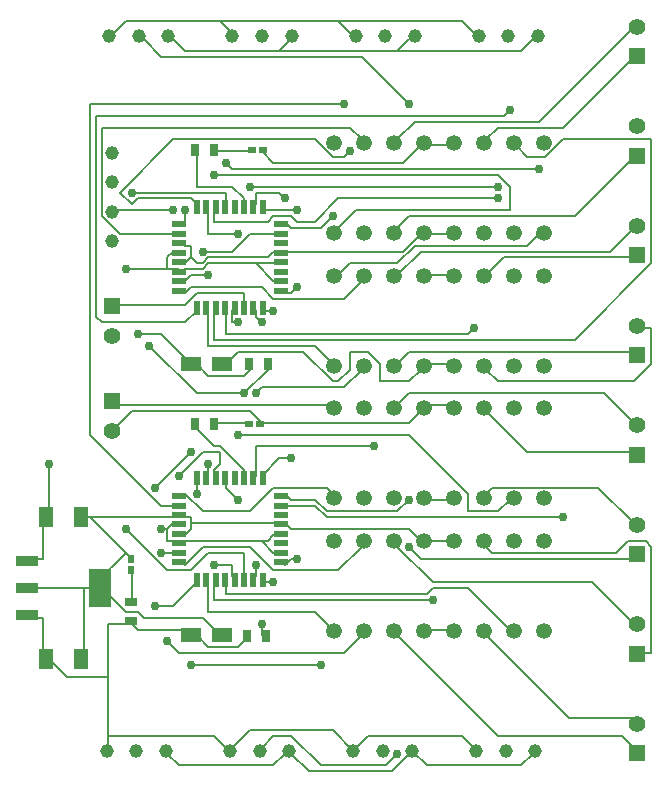
<source format=gbr>
G04 EAGLE Gerber RS-274X export*
G75*
%MOMM*%
%FSLAX34Y34*%
%LPD*%
%INTop Copper*%
%IPPOS*%
%AMOC8*
5,1,8,0,0,1.08239X$1,22.5*%
G01*
G04 Define Apertures*
%ADD10R,1.164600X1.815300*%
%ADD11R,0.500000X0.700000*%
%ADD12R,0.700000X0.500000*%
%ADD13R,1.860300X0.897900*%
%ADD14R,1.860300X3.189100*%
%ADD15R,1.270000X0.558800*%
%ADD16R,0.558800X1.270000*%
%ADD17C,1.343400*%
%ADD18R,1.408000X1.408000*%
%ADD19C,1.408000*%
%ADD20C,1.148000*%
%ADD21R,0.973900X0.798700*%
%ADD22R,0.798700X0.973900*%
%ADD23R,1.795500X1.188700*%
%ADD24C,0.152400*%
%ADD25C,0.756400*%
D10*
X37246Y290000D03*
X66754Y290000D03*
X37246Y170000D03*
X66754Y170000D03*
D11*
X109123Y254500D03*
X109123Y245500D03*
D12*
X220748Y600877D03*
X211748Y600877D03*
X218648Y369050D03*
X209648Y369050D03*
D13*
X21250Y253000D03*
X21250Y230000D03*
X21250Y207000D03*
D14*
X82750Y230000D03*
D15*
X150164Y538000D03*
X150164Y530000D03*
X150164Y522000D03*
X150164Y514000D03*
X150164Y506000D03*
X150164Y498000D03*
X150164Y490000D03*
X150164Y482000D03*
D16*
X165090Y467074D03*
X173090Y467074D03*
X181090Y467074D03*
X189090Y467074D03*
X197090Y467074D03*
X205090Y467074D03*
X213090Y467074D03*
X221090Y467074D03*
D15*
X236016Y482000D03*
X236016Y490000D03*
X236016Y498000D03*
X236016Y506000D03*
X236016Y514000D03*
X236016Y522000D03*
X236016Y530000D03*
X236016Y538000D03*
D16*
X221090Y552926D03*
X213090Y552926D03*
X205090Y552926D03*
X197090Y552926D03*
X189090Y552926D03*
X181090Y552926D03*
X173090Y552926D03*
X165090Y552926D03*
D17*
X458900Y606700D03*
X433500Y606700D03*
X408100Y606700D03*
X382700Y606700D03*
X357300Y606700D03*
X331900Y606700D03*
X306500Y606700D03*
X281100Y606700D03*
X281100Y530500D03*
X306500Y530500D03*
X331900Y530500D03*
X357300Y530500D03*
X382700Y530500D03*
X408100Y530500D03*
X433500Y530500D03*
X458900Y530500D03*
X458900Y494433D03*
X433500Y494433D03*
X408100Y494433D03*
X382700Y494433D03*
X357300Y494433D03*
X331900Y494433D03*
X306500Y494433D03*
X281100Y494433D03*
X281100Y418233D03*
X306500Y418233D03*
X331900Y418233D03*
X357300Y418233D03*
X382700Y418233D03*
X408100Y418233D03*
X433500Y418233D03*
X458900Y418233D03*
D15*
X150164Y308000D03*
X150164Y300000D03*
X150164Y292000D03*
X150164Y284000D03*
X150164Y276000D03*
X150164Y268000D03*
X150164Y260000D03*
X150164Y252000D03*
D16*
X165090Y237074D03*
X173090Y237074D03*
X181090Y237074D03*
X189090Y237074D03*
X197090Y237074D03*
X205090Y237074D03*
X213090Y237074D03*
X221090Y237074D03*
D15*
X236016Y252000D03*
X236016Y260000D03*
X236016Y268000D03*
X236016Y276000D03*
X236016Y284000D03*
X236016Y292000D03*
X236016Y300000D03*
X236016Y308000D03*
D16*
X221090Y322926D03*
X213090Y322926D03*
X205090Y322926D03*
X197090Y322926D03*
X189090Y322926D03*
X181090Y322926D03*
X173090Y322926D03*
X165090Y322926D03*
D17*
X458900Y382167D03*
X433500Y382167D03*
X408100Y382167D03*
X382700Y382167D03*
X357300Y382167D03*
X331900Y382167D03*
X306500Y382167D03*
X281100Y382167D03*
X281100Y305967D03*
X306500Y305967D03*
X331900Y305967D03*
X357300Y305967D03*
X382700Y305967D03*
X408100Y305967D03*
X433500Y305967D03*
X458900Y305967D03*
X458900Y269900D03*
X433500Y269900D03*
X408100Y269900D03*
X382700Y269900D03*
X357300Y269900D03*
X331900Y269900D03*
X306500Y269900D03*
X281100Y269900D03*
X281100Y193700D03*
X306500Y193700D03*
X331900Y193700D03*
X357300Y193700D03*
X382700Y193700D03*
X408100Y193700D03*
X433500Y193700D03*
X458900Y193700D03*
D18*
X537800Y680300D03*
D19*
X537800Y705300D03*
D18*
X537800Y596000D03*
D19*
X537800Y621000D03*
D18*
X537800Y511700D03*
D19*
X537800Y536700D03*
D18*
X537800Y427400D03*
D19*
X537800Y452400D03*
D18*
X537800Y343100D03*
D19*
X537800Y368100D03*
D18*
X537800Y258800D03*
D19*
X537800Y283800D03*
D18*
X537800Y174500D03*
D19*
X537800Y199500D03*
D18*
X537800Y90200D03*
D19*
X537800Y115200D03*
D20*
X88900Y92500D03*
X113900Y92500D03*
X138900Y92500D03*
X193200Y92500D03*
X218200Y92500D03*
X243200Y92500D03*
X297500Y92500D03*
X322500Y92500D03*
X347500Y92500D03*
X401800Y92500D03*
X426800Y92500D03*
X451800Y92500D03*
X453900Y697500D03*
X428900Y697500D03*
X403900Y697500D03*
X349600Y697500D03*
X324600Y697500D03*
X299600Y697500D03*
X245300Y697500D03*
X220300Y697500D03*
X195300Y697500D03*
X141000Y697500D03*
X116000Y697500D03*
X91000Y697500D03*
D18*
X93613Y388500D03*
D19*
X93613Y363500D03*
D21*
X109123Y201848D03*
X109123Y218152D03*
D22*
X209446Y419800D03*
X225750Y419800D03*
X179586Y600877D03*
X163282Y600877D03*
X207346Y189800D03*
X223650Y189800D03*
X179586Y369050D03*
X163282Y369050D03*
D20*
X93613Y598600D03*
X93613Y573600D03*
X93613Y548600D03*
X93613Y523600D03*
D18*
X93613Y468587D03*
D19*
X93613Y443587D03*
D23*
X160205Y420000D03*
X186403Y420000D03*
X160205Y190000D03*
X186403Y190000D03*
D24*
X35000Y255000D02*
X35000Y290000D01*
X35000Y255000D02*
X25000Y255000D01*
X35000Y290000D02*
X37246Y290000D01*
X25000Y255000D02*
X21250Y253000D01*
X95000Y385000D02*
X280000Y385000D01*
X95000Y385000D02*
X93613Y388500D01*
X280000Y385000D02*
X281100Y382167D01*
X40000Y335000D02*
X40000Y290000D01*
X37246Y290000D01*
X445000Y520000D02*
X455000Y530000D01*
X445000Y520000D02*
X350000Y520000D01*
X335000Y505000D01*
X295000Y505000D01*
X285000Y495000D01*
X455000Y530000D02*
X458900Y530500D01*
X285000Y495000D02*
X281100Y494433D01*
D25*
X40000Y335000D03*
D24*
X230000Y590000D02*
X220000Y600000D01*
X230000Y590000D02*
X340000Y590000D01*
X355000Y605000D01*
X220748Y600877D02*
X220000Y600000D01*
X355000Y605000D02*
X357300Y606700D01*
X360000Y605000D02*
X380000Y605000D01*
X382700Y606700D01*
X360000Y605000D02*
X357300Y606700D01*
X360000Y495000D02*
X380000Y495000D01*
X360000Y495000D02*
X357300Y494433D01*
X380000Y495000D02*
X382700Y494433D01*
X160000Y510000D02*
X155000Y505000D01*
X160000Y510000D02*
X160000Y520000D01*
X155000Y520000D01*
X150164Y506000D02*
X155000Y505000D01*
X155000Y520000D02*
X150164Y522000D01*
X240000Y515000D02*
X340000Y515000D01*
X355000Y530000D01*
X240000Y515000D02*
X236016Y514000D01*
X355000Y530000D02*
X357300Y530500D01*
X165000Y505000D02*
X160000Y510000D01*
X165000Y505000D02*
X170000Y505000D01*
X175000Y510000D01*
X225000Y510000D01*
X230000Y515000D01*
X235000Y515000D01*
X236016Y514000D01*
X360000Y530000D02*
X380000Y530000D01*
X382700Y530500D01*
X360000Y530000D02*
X357300Y530500D01*
X210000Y380000D02*
X220000Y370000D01*
X210000Y380000D02*
X110000Y380000D01*
X95000Y365000D01*
X93613Y363500D01*
X360000Y385000D02*
X380000Y385000D01*
X360000Y385000D02*
X357300Y382167D01*
X380000Y385000D02*
X382700Y382167D01*
X200000Y430000D02*
X190000Y420000D01*
X200000Y430000D02*
X255000Y430000D01*
X280000Y405000D01*
X285000Y405000D01*
X295000Y415000D01*
X295000Y430000D01*
X310000Y430000D01*
X320000Y420000D01*
X320000Y405000D01*
X345000Y405000D01*
X355000Y415000D01*
X190000Y420000D02*
X186403Y420000D01*
X355000Y415000D02*
X357300Y418233D01*
X360000Y420000D02*
X380000Y420000D01*
X382700Y418233D01*
X360000Y420000D02*
X357300Y418233D01*
X345000Y370000D02*
X220000Y370000D01*
X345000Y370000D02*
X355000Y380000D01*
X220000Y370000D02*
X218648Y369050D01*
X355000Y380000D02*
X357300Y382167D01*
X160000Y280000D02*
X155000Y275000D01*
X160000Y285000D02*
X160000Y290000D01*
X160000Y285000D02*
X160000Y280000D01*
X160000Y290000D02*
X155000Y290000D01*
X150164Y276000D02*
X155000Y275000D01*
X155000Y290000D02*
X150164Y292000D01*
X160000Y285000D02*
X235000Y285000D01*
X236016Y284000D01*
X105000Y260000D02*
X75000Y290000D01*
X105000Y260000D02*
X110000Y255000D01*
X75000Y290000D02*
X66754Y290000D01*
X109123Y254500D02*
X110000Y255000D01*
X170000Y205000D02*
X185000Y190000D01*
X170000Y205000D02*
X120000Y205000D01*
X115000Y210000D01*
X105000Y210000D01*
X85000Y230000D01*
X185000Y190000D02*
X186403Y190000D01*
X85000Y230000D02*
X82750Y230000D01*
X70000Y230000D02*
X70000Y170000D01*
X75000Y230000D02*
X82750Y230000D01*
X75000Y230000D02*
X70000Y230000D01*
X70000Y170000D02*
X66754Y170000D01*
X70000Y230000D02*
X21250Y230000D01*
X75000Y230000D02*
X105000Y260000D01*
X75000Y290000D02*
X150000Y290000D01*
X150164Y292000D01*
X140000Y90000D02*
X150000Y80000D01*
X230000Y80000D01*
X240000Y90000D01*
X140000Y90000D02*
X138900Y92500D01*
X240000Y90000D02*
X243200Y92500D01*
X360000Y270000D02*
X380000Y270000D01*
X360000Y270000D02*
X357300Y269900D01*
X380000Y270000D02*
X382700Y269900D01*
X380000Y305000D02*
X360000Y305000D01*
X357300Y305967D01*
X380000Y305000D02*
X382700Y305967D01*
X450000Y90000D02*
X440000Y80000D01*
X360000Y80000D01*
X347500Y92500D01*
X450000Y90000D02*
X451800Y92500D01*
X380000Y195000D02*
X360000Y195000D01*
X380000Y195000D02*
X382700Y193700D01*
X360000Y195000D02*
X357300Y193700D01*
X245000Y90000D02*
X260000Y75000D01*
X330000Y75000D01*
X347500Y92500D01*
X245000Y90000D02*
X243200Y92500D01*
X245000Y280000D02*
X240000Y285000D01*
X245000Y280000D02*
X345000Y280000D01*
X355000Y270000D01*
X240000Y285000D02*
X236016Y284000D01*
X355000Y270000D02*
X357300Y269900D01*
X310000Y105000D02*
X297500Y92500D01*
X310000Y105000D02*
X390000Y105000D01*
X400000Y95000D01*
X401800Y92500D01*
X35000Y170000D02*
X35000Y205000D01*
X25000Y205000D01*
X35000Y170000D02*
X37246Y170000D01*
X25000Y205000D02*
X21250Y207000D01*
X110000Y200000D02*
X115000Y195000D01*
X155000Y195000D01*
X160000Y190000D01*
X110000Y200000D02*
X109123Y201848D01*
X160000Y190000D02*
X160205Y190000D01*
X200000Y180000D02*
X205000Y185000D01*
X200000Y180000D02*
X175000Y180000D01*
X165000Y190000D01*
X205000Y185000D02*
X207346Y189800D01*
X165000Y190000D02*
X160205Y190000D01*
X90000Y200000D02*
X90000Y155000D01*
X90000Y105000D01*
X90000Y95000D01*
X90000Y200000D02*
X105000Y200000D01*
X90000Y95000D02*
X88900Y92500D01*
X105000Y200000D02*
X109123Y201848D01*
X180000Y105000D02*
X190000Y95000D01*
X180000Y105000D02*
X90000Y105000D01*
X190000Y95000D02*
X193200Y92500D01*
X55000Y155000D02*
X40000Y170000D01*
X55000Y155000D02*
X90000Y155000D01*
X40000Y170000D02*
X37246Y170000D01*
X280000Y110000D02*
X297500Y92500D01*
X280000Y110000D02*
X210000Y110000D01*
X195000Y95000D01*
X193200Y92500D01*
X170000Y500000D02*
X155000Y500000D01*
X170000Y500000D02*
X175000Y505000D01*
X215000Y505000D02*
X235000Y505000D01*
X215000Y505000D02*
X175000Y505000D01*
X155000Y500000D02*
X150164Y498000D01*
X235000Y505000D02*
X236016Y506000D01*
X150000Y515000D02*
X145000Y515000D01*
X140000Y510000D01*
X140000Y500000D01*
X150000Y500000D01*
X150164Y514000D02*
X150000Y515000D01*
X150000Y500000D02*
X150164Y498000D01*
X230000Y490000D02*
X236016Y490000D01*
X230000Y490000D02*
X215000Y505000D01*
X220000Y270000D02*
X225000Y270000D01*
X220000Y270000D02*
X155000Y270000D01*
X225000Y270000D02*
X230000Y275000D01*
X235000Y275000D01*
X155000Y270000D02*
X150164Y268000D01*
X235000Y275000D02*
X236016Y276000D01*
X150000Y285000D02*
X145000Y285000D01*
X140000Y280000D01*
X140000Y270000D01*
X150000Y270000D01*
X150164Y284000D02*
X150000Y285000D01*
X150000Y270000D02*
X150164Y268000D01*
X230000Y260000D02*
X236016Y260000D01*
X230000Y260000D02*
X220000Y270000D01*
X205000Y410000D02*
X210000Y415000D01*
X205000Y410000D02*
X175000Y410000D01*
X165000Y420000D01*
X209446Y419800D02*
X210000Y415000D01*
X165000Y420000D02*
X160205Y420000D01*
X155000Y685000D02*
X145000Y695000D01*
X155000Y685000D02*
X235000Y685000D01*
X245000Y695000D01*
X145000Y695000D02*
X141000Y697500D01*
X245000Y695000D02*
X245300Y697500D01*
X335000Y685000D02*
X345000Y695000D01*
X335000Y685000D02*
X235000Y685000D01*
X345000Y695000D02*
X349600Y697500D01*
X440000Y685000D02*
X450000Y695000D01*
X440000Y685000D02*
X335000Y685000D01*
X450000Y695000D02*
X453900Y697500D01*
X160000Y420000D02*
X135000Y445000D01*
X115000Y445000D01*
X160000Y420000D02*
X160205Y420000D01*
X140000Y280000D02*
X135000Y280000D01*
X140000Y500000D02*
X105000Y500000D01*
D25*
X115000Y445000D03*
X135000Y280000D03*
X105000Y500000D03*
D24*
X110000Y245000D02*
X110000Y220000D01*
X110000Y245000D02*
X109123Y245500D01*
X110000Y220000D02*
X109123Y218152D01*
X210000Y530000D02*
X236016Y530000D01*
X210000Y530000D02*
X195000Y515000D01*
X170000Y515000D01*
X160000Y345000D02*
X130000Y315000D01*
D25*
X170000Y515000D03*
X160000Y345000D03*
X130000Y315000D03*
D24*
X245000Y535000D02*
X240000Y540000D01*
X245000Y535000D02*
X270000Y535000D01*
X280000Y545000D01*
X335000Y90000D02*
X325000Y80000D01*
X270000Y80000D01*
X245000Y105000D01*
X230000Y105000D01*
X220000Y95000D01*
X236016Y538000D02*
X240000Y540000D01*
X220000Y95000D02*
X218200Y92500D01*
D25*
X280000Y545000D03*
X335000Y90000D03*
D24*
X250000Y550000D02*
X220000Y550000D01*
X221090Y552926D01*
D25*
X250000Y550000D03*
D24*
X215000Y555000D02*
X215000Y565000D01*
X235000Y565000D01*
X240000Y560000D01*
X215000Y555000D02*
X213090Y552926D01*
D25*
X240000Y560000D03*
D24*
X190000Y565000D02*
X190000Y555000D01*
X190000Y565000D02*
X110000Y565000D01*
X189090Y552926D02*
X190000Y555000D01*
X220000Y200000D02*
X220000Y190000D01*
X200000Y305000D02*
X190000Y315000D01*
X190000Y320000D01*
X220000Y190000D02*
X223650Y189800D01*
X190000Y320000D02*
X189090Y322926D01*
X205000Y395000D02*
X225000Y415000D01*
X225750Y419800D01*
X165000Y395000D02*
X125000Y435000D01*
X165000Y395000D02*
X205000Y395000D01*
D25*
X110000Y565000D03*
X220000Y200000D03*
X200000Y305000D03*
X205000Y395000D03*
X125000Y435000D03*
D24*
X215000Y250000D02*
X215000Y240000D01*
X220000Y455000D02*
X215000Y460000D01*
X215000Y465000D01*
X215000Y240000D02*
X213090Y237074D01*
X215000Y465000D02*
X213090Y467074D01*
X145000Y550000D02*
X95000Y550000D01*
X93613Y548600D01*
D25*
X215000Y250000D03*
X220000Y455000D03*
X145000Y550000D03*
D24*
X220000Y235000D02*
X230000Y235000D01*
X230000Y465000D02*
X220000Y465000D01*
X221090Y237074D02*
X220000Y235000D01*
X220000Y465000D02*
X221090Y467074D01*
D25*
X230000Y235000D03*
X230000Y465000D03*
D24*
X245000Y255000D02*
X240000Y250000D01*
X245000Y255000D02*
X250000Y255000D01*
X245000Y480000D02*
X250000Y485000D01*
X245000Y480000D02*
X240000Y480000D01*
X236016Y252000D02*
X240000Y250000D01*
X240000Y480000D02*
X236016Y482000D01*
D25*
X250000Y255000D03*
X250000Y485000D03*
D24*
X205000Y480000D02*
X205000Y470000D01*
X205000Y480000D02*
X165000Y480000D01*
X155000Y470000D01*
X95000Y470000D01*
X205000Y470000D02*
X205090Y467074D01*
X95000Y470000D02*
X93613Y468587D01*
X205000Y260000D02*
X205000Y240000D01*
X205000Y260000D02*
X175000Y260000D01*
X160000Y245000D01*
X140000Y245000D01*
X105000Y280000D01*
X205000Y240000D02*
X205090Y237074D01*
D25*
X105000Y280000D03*
D24*
X195000Y455000D02*
X195000Y465000D01*
X195000Y455000D02*
X200000Y455000D01*
X195000Y585000D02*
X190000Y590000D01*
X195000Y585000D02*
X455000Y585000D01*
X197090Y467074D02*
X195000Y465000D01*
D25*
X200000Y455000D03*
X190000Y590000D03*
X455000Y585000D03*
D24*
X155000Y550000D02*
X155000Y540000D01*
X180000Y580000D02*
X420000Y580000D01*
X430000Y570000D01*
X430000Y550000D01*
X300000Y550000D01*
X285000Y535000D01*
X155000Y540000D02*
X150164Y538000D01*
X281100Y530500D02*
X285000Y535000D01*
D25*
X155000Y550000D03*
X180000Y580000D03*
D24*
X165000Y465000D02*
X155000Y455000D01*
X85000Y455000D01*
X80000Y460000D01*
X80000Y630000D01*
X425000Y630000D01*
X430000Y635000D01*
X165090Y467074D02*
X165000Y465000D01*
D25*
X430000Y635000D03*
D24*
X175000Y465000D02*
X175000Y435000D01*
X265000Y435000D01*
X280000Y420000D01*
X175000Y465000D02*
X173090Y467074D01*
X280000Y420000D02*
X281100Y418233D01*
X190000Y445000D02*
X190000Y465000D01*
X190000Y445000D02*
X395000Y445000D01*
X400000Y450000D01*
X190000Y465000D02*
X189090Y467074D01*
D25*
X400000Y450000D03*
D24*
X160000Y495000D02*
X155000Y490000D01*
X160000Y495000D02*
X175000Y495000D01*
X220000Y400000D02*
X215000Y395000D01*
X220000Y400000D02*
X290000Y400000D01*
X305000Y415000D01*
X155000Y490000D02*
X150164Y490000D01*
X306500Y418233D02*
X305000Y415000D01*
D25*
X175000Y495000D03*
X215000Y395000D03*
D24*
X155000Y480000D02*
X160000Y485000D01*
X220000Y485000D01*
X230000Y475000D01*
X290000Y475000D01*
X305000Y490000D01*
X155000Y480000D02*
X150164Y482000D01*
X305000Y490000D02*
X306500Y494433D01*
X180000Y540000D02*
X180000Y550000D01*
X180000Y540000D02*
X225000Y540000D01*
X230000Y545000D01*
X245000Y545000D01*
X250000Y540000D01*
X265000Y540000D01*
X285000Y560000D01*
X420000Y560000D01*
X181090Y552926D02*
X180000Y550000D01*
D25*
X420000Y560000D03*
D24*
X175000Y550000D02*
X175000Y530000D01*
X200000Y530000D01*
X210000Y570000D02*
X420000Y570000D01*
X175000Y550000D02*
X173090Y552926D01*
D25*
X200000Y530000D03*
X210000Y570000D03*
X420000Y570000D03*
D24*
X165000Y555000D02*
X160000Y560000D01*
X115000Y560000D01*
X110000Y555000D01*
X100000Y565000D01*
X145000Y610000D01*
X265000Y610000D01*
X280000Y595000D01*
X290000Y595000D01*
X295000Y600000D01*
X165000Y555000D02*
X165090Y552926D01*
D25*
X295000Y600000D03*
D24*
X150164Y530000D02*
X100000Y530000D01*
X85000Y545000D01*
X85000Y620000D01*
X295000Y620000D01*
X305000Y610000D01*
X306500Y606700D01*
X180000Y465000D02*
X180000Y440000D01*
X485000Y440000D01*
X550000Y505000D01*
X550000Y610000D01*
X475000Y610000D01*
X460000Y595000D01*
X445000Y595000D01*
X435000Y605000D01*
X181090Y467074D02*
X180000Y465000D01*
X433500Y606700D02*
X435000Y605000D01*
X210000Y600000D02*
X180000Y600000D01*
X210000Y600000D02*
X211748Y600877D01*
X180000Y600000D02*
X179586Y600877D01*
X165000Y600000D02*
X165000Y570000D01*
X195000Y570000D01*
X205000Y560000D01*
X205000Y555000D01*
X165000Y600000D02*
X163282Y600877D01*
X205000Y555000D02*
X205090Y552926D01*
X410000Y610000D02*
X420000Y620000D01*
X475000Y620000D01*
X535000Y680000D01*
X410000Y610000D02*
X408100Y606700D01*
X535000Y680000D02*
X537800Y680300D01*
X350000Y625000D02*
X335000Y610000D01*
X350000Y625000D02*
X455000Y625000D01*
X535000Y705000D01*
X335000Y610000D02*
X331900Y606700D01*
X535000Y705000D02*
X537800Y705300D01*
X425000Y510000D02*
X410000Y495000D01*
X425000Y510000D02*
X535000Y510000D01*
X410000Y495000D02*
X408100Y494433D01*
X535000Y510000D02*
X537800Y511700D01*
X355000Y515000D02*
X335000Y495000D01*
X355000Y515000D02*
X515000Y515000D01*
X535000Y535000D01*
X335000Y495000D02*
X331900Y494433D01*
X535000Y535000D02*
X537800Y536700D01*
X345000Y545000D02*
X335000Y535000D01*
X345000Y545000D02*
X485000Y545000D01*
X535000Y595000D01*
X335000Y535000D02*
X331900Y530500D01*
X535000Y595000D02*
X537800Y596000D01*
X345000Y430000D02*
X335000Y420000D01*
X345000Y430000D02*
X535000Y430000D01*
X335000Y420000D02*
X331900Y418233D01*
X535000Y430000D02*
X537800Y427400D01*
X420000Y405000D02*
X410000Y415000D01*
X420000Y405000D02*
X535000Y405000D01*
X550000Y420000D01*
X550000Y450000D01*
X540000Y450000D01*
X410000Y415000D02*
X408100Y418233D01*
X537800Y452400D02*
X540000Y450000D01*
X210000Y370000D02*
X180000Y370000D01*
X209648Y369050D02*
X210000Y370000D01*
X180000Y370000D02*
X179586Y369050D01*
X95000Y700000D02*
X105000Y710000D01*
X185000Y710000D01*
X195000Y700000D01*
X95000Y700000D02*
X91000Y697500D01*
X195000Y700000D02*
X195300Y697500D01*
X285000Y710000D02*
X295000Y700000D01*
X285000Y710000D02*
X185000Y710000D01*
X295000Y700000D02*
X299600Y697500D01*
X390000Y710000D02*
X400000Y700000D01*
X390000Y710000D02*
X285000Y710000D01*
X400000Y700000D02*
X403900Y697500D01*
X265000Y300000D02*
X236016Y300000D01*
X265000Y300000D02*
X275000Y290000D01*
X475000Y290000D01*
D25*
X475000Y290000D03*
D24*
X245000Y305000D02*
X240000Y310000D01*
X245000Y305000D02*
X265000Y305000D01*
X275000Y295000D01*
X335000Y295000D01*
X345000Y305000D01*
X240000Y310000D02*
X236016Y308000D01*
D25*
X345000Y305000D03*
D24*
X235000Y340000D02*
X220000Y325000D01*
X235000Y340000D02*
X245000Y340000D01*
X220000Y325000D02*
X221090Y322926D01*
D25*
X245000Y340000D03*
D24*
X215000Y350000D02*
X215000Y325000D01*
X215000Y350000D02*
X315000Y350000D01*
X345000Y640000D02*
X305000Y680000D01*
X135000Y680000D01*
X120000Y695000D01*
X215000Y325000D02*
X213090Y322926D01*
X120000Y695000D02*
X116000Y697500D01*
D25*
X315000Y350000D03*
X345000Y640000D03*
D24*
X165000Y365000D02*
X180000Y350000D01*
X185000Y350000D01*
X205000Y330000D01*
X205000Y325000D01*
X165000Y365000D02*
X163282Y369050D01*
X205000Y325000D02*
X205090Y322926D01*
X195000Y250000D02*
X195000Y240000D01*
X195000Y250000D02*
X180000Y250000D01*
X195000Y240000D02*
X197090Y237074D01*
D25*
X180000Y250000D03*
D24*
X170000Y295000D02*
X155000Y310000D01*
X170000Y295000D02*
X210000Y295000D01*
X230000Y315000D01*
X275000Y315000D01*
X280000Y310000D01*
X155000Y310000D02*
X150164Y308000D01*
X280000Y310000D02*
X281100Y305967D01*
X165000Y235000D02*
X145000Y215000D01*
X130000Y215000D01*
X165000Y235000D02*
X165090Y237074D01*
D25*
X130000Y215000D03*
D24*
X175000Y210000D02*
X175000Y235000D01*
X175000Y210000D02*
X265000Y210000D01*
X280000Y195000D01*
X175000Y235000D02*
X173090Y237074D01*
X280000Y195000D02*
X281100Y193700D01*
X190000Y225000D02*
X190000Y235000D01*
X190000Y225000D02*
X360000Y225000D01*
X365000Y230000D01*
X395000Y230000D01*
X430000Y195000D01*
X190000Y235000D02*
X189090Y237074D01*
X430000Y195000D02*
X433500Y193700D01*
X150164Y260000D02*
X135000Y260000D01*
X140000Y185000D02*
X150000Y175000D01*
X290000Y175000D01*
X305000Y190000D01*
X306500Y193700D01*
D25*
X135000Y260000D03*
X140000Y185000D03*
D24*
X155000Y250000D02*
X170000Y265000D01*
X210000Y265000D01*
X230000Y245000D01*
X285000Y245000D01*
X305000Y265000D01*
X155000Y250000D02*
X150164Y252000D01*
X305000Y265000D02*
X306500Y269900D01*
X180000Y325000D02*
X180000Y330000D01*
X185000Y335000D01*
X185000Y345000D01*
X170000Y345000D01*
X150000Y325000D01*
X180000Y325000D02*
X181090Y322926D01*
D25*
X150000Y325000D03*
D24*
X175000Y325000D02*
X175000Y335000D01*
X200000Y360000D02*
X345000Y360000D01*
X395000Y310000D01*
X395000Y295000D01*
X420000Y295000D01*
X430000Y305000D01*
X175000Y325000D02*
X173090Y322926D01*
X430000Y305000D02*
X433500Y305967D01*
D25*
X175000Y335000D03*
X200000Y360000D03*
D24*
X165000Y320000D02*
X165000Y310000D01*
X160000Y165000D02*
X270000Y165000D01*
X165000Y320000D02*
X165090Y322926D01*
D25*
X165000Y310000D03*
X160000Y165000D03*
X270000Y165000D03*
D24*
X150164Y300000D02*
X135000Y300000D01*
X75000Y360000D01*
X75000Y640000D01*
X290000Y640000D01*
D25*
X290000Y640000D03*
D24*
X180000Y235000D02*
X180000Y220000D01*
X365000Y220000D01*
X181090Y237074D02*
X180000Y235000D01*
D25*
X365000Y220000D03*
D24*
X445000Y345000D02*
X410000Y380000D01*
X445000Y345000D02*
X535000Y345000D01*
X410000Y380000D02*
X408100Y382167D01*
X535000Y345000D02*
X537800Y343100D01*
X345000Y395000D02*
X335000Y385000D01*
X345000Y395000D02*
X510000Y395000D01*
X535000Y370000D01*
X335000Y385000D02*
X331900Y382167D01*
X535000Y370000D02*
X537800Y368100D01*
X355000Y255000D02*
X345000Y265000D01*
X355000Y255000D02*
X535000Y255000D01*
X537800Y258800D01*
D25*
X345000Y265000D03*
D24*
X410000Y310000D02*
X415000Y315000D01*
X505000Y315000D01*
X535000Y285000D01*
X410000Y310000D02*
X408100Y305967D01*
X535000Y285000D02*
X537800Y283800D01*
X415000Y260000D02*
X410000Y265000D01*
X415000Y260000D02*
X520000Y260000D01*
X530000Y270000D01*
X545000Y270000D01*
X550000Y265000D01*
X550000Y175000D01*
X540000Y175000D01*
X410000Y265000D02*
X408100Y269900D01*
X537800Y174500D02*
X540000Y175000D01*
X365000Y235000D02*
X335000Y265000D01*
X365000Y235000D02*
X500000Y235000D01*
X535000Y200000D01*
X335000Y265000D02*
X331900Y269900D01*
X535000Y200000D02*
X537800Y199500D01*
X420000Y105000D02*
X335000Y190000D01*
X420000Y105000D02*
X525000Y105000D01*
X535000Y95000D01*
X335000Y190000D02*
X331900Y193700D01*
X535000Y95000D02*
X537800Y90200D01*
X480000Y120000D02*
X410000Y190000D01*
X480000Y120000D02*
X535000Y120000D01*
X410000Y190000D02*
X408100Y193700D01*
X535000Y120000D02*
X537800Y115200D01*
M02*

</source>
